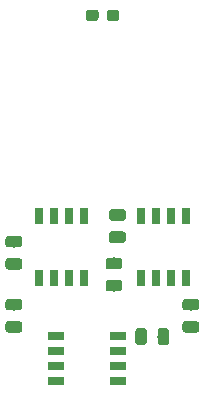
<source format=gbr>
G04 #@! TF.GenerationSoftware,KiCad,Pcbnew,(5.0.0)*
G04 #@! TF.CreationDate,2018-11-25T17:17:40-05:00*
G04 #@! TF.ProjectId,addressable_7seg,6164647265737361626C655F37736567,0.1a*
G04 #@! TF.SameCoordinates,Original*
G04 #@! TF.FileFunction,Paste,Top*
G04 #@! TF.FilePolarity,Positive*
%FSLAX46Y46*%
G04 Gerber Fmt 4.6, Leading zero omitted, Abs format (unit mm)*
G04 Created by KiCad (PCBNEW (5.0.0)) date 11/25/18 17:17:40*
%MOMM*%
%LPD*%
G01*
G04 APERTURE LIST*
%ADD10C,0.100000*%
%ADD11C,0.975000*%
%ADD12R,0.800000X1.450000*%
%ADD13R,1.450000X0.800000*%
%ADD14C,0.950000*%
G04 APERTURE END LIST*
D10*
G04 #@! TO.C,R1*
G36*
X163322142Y-130509174D02*
X163345803Y-130512684D01*
X163369007Y-130518496D01*
X163391529Y-130526554D01*
X163413153Y-130536782D01*
X163433670Y-130549079D01*
X163452883Y-130563329D01*
X163470607Y-130579393D01*
X163486671Y-130597117D01*
X163500921Y-130616330D01*
X163513218Y-130636847D01*
X163523446Y-130658471D01*
X163531504Y-130680993D01*
X163537316Y-130704197D01*
X163540826Y-130727858D01*
X163542000Y-130751750D01*
X163542000Y-131239250D01*
X163540826Y-131263142D01*
X163537316Y-131286803D01*
X163531504Y-131310007D01*
X163523446Y-131332529D01*
X163513218Y-131354153D01*
X163500921Y-131374670D01*
X163486671Y-131393883D01*
X163470607Y-131411607D01*
X163452883Y-131427671D01*
X163433670Y-131441921D01*
X163413153Y-131454218D01*
X163391529Y-131464446D01*
X163369007Y-131472504D01*
X163345803Y-131478316D01*
X163322142Y-131481826D01*
X163298250Y-131483000D01*
X162385750Y-131483000D01*
X162361858Y-131481826D01*
X162338197Y-131478316D01*
X162314993Y-131472504D01*
X162292471Y-131464446D01*
X162270847Y-131454218D01*
X162250330Y-131441921D01*
X162231117Y-131427671D01*
X162213393Y-131411607D01*
X162197329Y-131393883D01*
X162183079Y-131374670D01*
X162170782Y-131354153D01*
X162160554Y-131332529D01*
X162152496Y-131310007D01*
X162146684Y-131286803D01*
X162143174Y-131263142D01*
X162142000Y-131239250D01*
X162142000Y-130751750D01*
X162143174Y-130727858D01*
X162146684Y-130704197D01*
X162152496Y-130680993D01*
X162160554Y-130658471D01*
X162170782Y-130636847D01*
X162183079Y-130616330D01*
X162197329Y-130597117D01*
X162213393Y-130579393D01*
X162231117Y-130563329D01*
X162250330Y-130549079D01*
X162270847Y-130536782D01*
X162292471Y-130526554D01*
X162314993Y-130518496D01*
X162338197Y-130512684D01*
X162361858Y-130509174D01*
X162385750Y-130508000D01*
X163298250Y-130508000D01*
X163322142Y-130509174D01*
X163322142Y-130509174D01*
G37*
D11*
X162842000Y-130995500D03*
D10*
G36*
X163322142Y-128634174D02*
X163345803Y-128637684D01*
X163369007Y-128643496D01*
X163391529Y-128651554D01*
X163413153Y-128661782D01*
X163433670Y-128674079D01*
X163452883Y-128688329D01*
X163470607Y-128704393D01*
X163486671Y-128722117D01*
X163500921Y-128741330D01*
X163513218Y-128761847D01*
X163523446Y-128783471D01*
X163531504Y-128805993D01*
X163537316Y-128829197D01*
X163540826Y-128852858D01*
X163542000Y-128876750D01*
X163542000Y-129364250D01*
X163540826Y-129388142D01*
X163537316Y-129411803D01*
X163531504Y-129435007D01*
X163523446Y-129457529D01*
X163513218Y-129479153D01*
X163500921Y-129499670D01*
X163486671Y-129518883D01*
X163470607Y-129536607D01*
X163452883Y-129552671D01*
X163433670Y-129566921D01*
X163413153Y-129579218D01*
X163391529Y-129589446D01*
X163369007Y-129597504D01*
X163345803Y-129603316D01*
X163322142Y-129606826D01*
X163298250Y-129608000D01*
X162385750Y-129608000D01*
X162361858Y-129606826D01*
X162338197Y-129603316D01*
X162314993Y-129597504D01*
X162292471Y-129589446D01*
X162270847Y-129579218D01*
X162250330Y-129566921D01*
X162231117Y-129552671D01*
X162213393Y-129536607D01*
X162197329Y-129518883D01*
X162183079Y-129499670D01*
X162170782Y-129479153D01*
X162160554Y-129457529D01*
X162152496Y-129435007D01*
X162146684Y-129411803D01*
X162143174Y-129388142D01*
X162142000Y-129364250D01*
X162142000Y-128876750D01*
X162143174Y-128852858D01*
X162146684Y-128829197D01*
X162152496Y-128805993D01*
X162160554Y-128783471D01*
X162170782Y-128761847D01*
X162183079Y-128741330D01*
X162197329Y-128722117D01*
X162213393Y-128704393D01*
X162231117Y-128688329D01*
X162250330Y-128674079D01*
X162270847Y-128661782D01*
X162292471Y-128651554D01*
X162314993Y-128643496D01*
X162338197Y-128637684D01*
X162361858Y-128634174D01*
X162385750Y-128633000D01*
X163298250Y-128633000D01*
X163322142Y-128634174D01*
X163322142Y-128634174D01*
G37*
D11*
X162842000Y-129120500D03*
G04 #@! TD*
D10*
G04 #@! TO.C,R2*
G36*
X163322142Y-135843174D02*
X163345803Y-135846684D01*
X163369007Y-135852496D01*
X163391529Y-135860554D01*
X163413153Y-135870782D01*
X163433670Y-135883079D01*
X163452883Y-135897329D01*
X163470607Y-135913393D01*
X163486671Y-135931117D01*
X163500921Y-135950330D01*
X163513218Y-135970847D01*
X163523446Y-135992471D01*
X163531504Y-136014993D01*
X163537316Y-136038197D01*
X163540826Y-136061858D01*
X163542000Y-136085750D01*
X163542000Y-136573250D01*
X163540826Y-136597142D01*
X163537316Y-136620803D01*
X163531504Y-136644007D01*
X163523446Y-136666529D01*
X163513218Y-136688153D01*
X163500921Y-136708670D01*
X163486671Y-136727883D01*
X163470607Y-136745607D01*
X163452883Y-136761671D01*
X163433670Y-136775921D01*
X163413153Y-136788218D01*
X163391529Y-136798446D01*
X163369007Y-136806504D01*
X163345803Y-136812316D01*
X163322142Y-136815826D01*
X163298250Y-136817000D01*
X162385750Y-136817000D01*
X162361858Y-136815826D01*
X162338197Y-136812316D01*
X162314993Y-136806504D01*
X162292471Y-136798446D01*
X162270847Y-136788218D01*
X162250330Y-136775921D01*
X162231117Y-136761671D01*
X162213393Y-136745607D01*
X162197329Y-136727883D01*
X162183079Y-136708670D01*
X162170782Y-136688153D01*
X162160554Y-136666529D01*
X162152496Y-136644007D01*
X162146684Y-136620803D01*
X162143174Y-136597142D01*
X162142000Y-136573250D01*
X162142000Y-136085750D01*
X162143174Y-136061858D01*
X162146684Y-136038197D01*
X162152496Y-136014993D01*
X162160554Y-135992471D01*
X162170782Y-135970847D01*
X162183079Y-135950330D01*
X162197329Y-135931117D01*
X162213393Y-135913393D01*
X162231117Y-135897329D01*
X162250330Y-135883079D01*
X162270847Y-135870782D01*
X162292471Y-135860554D01*
X162314993Y-135852496D01*
X162338197Y-135846684D01*
X162361858Y-135843174D01*
X162385750Y-135842000D01*
X163298250Y-135842000D01*
X163322142Y-135843174D01*
X163322142Y-135843174D01*
G37*
D11*
X162842000Y-136329500D03*
D10*
G36*
X163322142Y-133968174D02*
X163345803Y-133971684D01*
X163369007Y-133977496D01*
X163391529Y-133985554D01*
X163413153Y-133995782D01*
X163433670Y-134008079D01*
X163452883Y-134022329D01*
X163470607Y-134038393D01*
X163486671Y-134056117D01*
X163500921Y-134075330D01*
X163513218Y-134095847D01*
X163523446Y-134117471D01*
X163531504Y-134139993D01*
X163537316Y-134163197D01*
X163540826Y-134186858D01*
X163542000Y-134210750D01*
X163542000Y-134698250D01*
X163540826Y-134722142D01*
X163537316Y-134745803D01*
X163531504Y-134769007D01*
X163523446Y-134791529D01*
X163513218Y-134813153D01*
X163500921Y-134833670D01*
X163486671Y-134852883D01*
X163470607Y-134870607D01*
X163452883Y-134886671D01*
X163433670Y-134900921D01*
X163413153Y-134913218D01*
X163391529Y-134923446D01*
X163369007Y-134931504D01*
X163345803Y-134937316D01*
X163322142Y-134940826D01*
X163298250Y-134942000D01*
X162385750Y-134942000D01*
X162361858Y-134940826D01*
X162338197Y-134937316D01*
X162314993Y-134931504D01*
X162292471Y-134923446D01*
X162270847Y-134913218D01*
X162250330Y-134900921D01*
X162231117Y-134886671D01*
X162213393Y-134870607D01*
X162197329Y-134852883D01*
X162183079Y-134833670D01*
X162170782Y-134813153D01*
X162160554Y-134791529D01*
X162152496Y-134769007D01*
X162146684Y-134745803D01*
X162143174Y-134722142D01*
X162142000Y-134698250D01*
X162142000Y-134210750D01*
X162143174Y-134186858D01*
X162146684Y-134163197D01*
X162152496Y-134139993D01*
X162160554Y-134117471D01*
X162170782Y-134095847D01*
X162183079Y-134075330D01*
X162197329Y-134056117D01*
X162213393Y-134038393D01*
X162231117Y-134022329D01*
X162250330Y-134008079D01*
X162270847Y-133995782D01*
X162292471Y-133985554D01*
X162314993Y-133977496D01*
X162338197Y-133971684D01*
X162361858Y-133968174D01*
X162385750Y-133967000D01*
X163298250Y-133967000D01*
X163322142Y-133968174D01*
X163322142Y-133968174D01*
G37*
D11*
X162842000Y-134454500D03*
G04 #@! TD*
D10*
G04 #@! TO.C,R3*
G36*
X178308142Y-135843174D02*
X178331803Y-135846684D01*
X178355007Y-135852496D01*
X178377529Y-135860554D01*
X178399153Y-135870782D01*
X178419670Y-135883079D01*
X178438883Y-135897329D01*
X178456607Y-135913393D01*
X178472671Y-135931117D01*
X178486921Y-135950330D01*
X178499218Y-135970847D01*
X178509446Y-135992471D01*
X178517504Y-136014993D01*
X178523316Y-136038197D01*
X178526826Y-136061858D01*
X178528000Y-136085750D01*
X178528000Y-136573250D01*
X178526826Y-136597142D01*
X178523316Y-136620803D01*
X178517504Y-136644007D01*
X178509446Y-136666529D01*
X178499218Y-136688153D01*
X178486921Y-136708670D01*
X178472671Y-136727883D01*
X178456607Y-136745607D01*
X178438883Y-136761671D01*
X178419670Y-136775921D01*
X178399153Y-136788218D01*
X178377529Y-136798446D01*
X178355007Y-136806504D01*
X178331803Y-136812316D01*
X178308142Y-136815826D01*
X178284250Y-136817000D01*
X177371750Y-136817000D01*
X177347858Y-136815826D01*
X177324197Y-136812316D01*
X177300993Y-136806504D01*
X177278471Y-136798446D01*
X177256847Y-136788218D01*
X177236330Y-136775921D01*
X177217117Y-136761671D01*
X177199393Y-136745607D01*
X177183329Y-136727883D01*
X177169079Y-136708670D01*
X177156782Y-136688153D01*
X177146554Y-136666529D01*
X177138496Y-136644007D01*
X177132684Y-136620803D01*
X177129174Y-136597142D01*
X177128000Y-136573250D01*
X177128000Y-136085750D01*
X177129174Y-136061858D01*
X177132684Y-136038197D01*
X177138496Y-136014993D01*
X177146554Y-135992471D01*
X177156782Y-135970847D01*
X177169079Y-135950330D01*
X177183329Y-135931117D01*
X177199393Y-135913393D01*
X177217117Y-135897329D01*
X177236330Y-135883079D01*
X177256847Y-135870782D01*
X177278471Y-135860554D01*
X177300993Y-135852496D01*
X177324197Y-135846684D01*
X177347858Y-135843174D01*
X177371750Y-135842000D01*
X178284250Y-135842000D01*
X178308142Y-135843174D01*
X178308142Y-135843174D01*
G37*
D11*
X177828000Y-136329500D03*
D10*
G36*
X178308142Y-133968174D02*
X178331803Y-133971684D01*
X178355007Y-133977496D01*
X178377529Y-133985554D01*
X178399153Y-133995782D01*
X178419670Y-134008079D01*
X178438883Y-134022329D01*
X178456607Y-134038393D01*
X178472671Y-134056117D01*
X178486921Y-134075330D01*
X178499218Y-134095847D01*
X178509446Y-134117471D01*
X178517504Y-134139993D01*
X178523316Y-134163197D01*
X178526826Y-134186858D01*
X178528000Y-134210750D01*
X178528000Y-134698250D01*
X178526826Y-134722142D01*
X178523316Y-134745803D01*
X178517504Y-134769007D01*
X178509446Y-134791529D01*
X178499218Y-134813153D01*
X178486921Y-134833670D01*
X178472671Y-134852883D01*
X178456607Y-134870607D01*
X178438883Y-134886671D01*
X178419670Y-134900921D01*
X178399153Y-134913218D01*
X178377529Y-134923446D01*
X178355007Y-134931504D01*
X178331803Y-134937316D01*
X178308142Y-134940826D01*
X178284250Y-134942000D01*
X177371750Y-134942000D01*
X177347858Y-134940826D01*
X177324197Y-134937316D01*
X177300993Y-134931504D01*
X177278471Y-134923446D01*
X177256847Y-134913218D01*
X177236330Y-134900921D01*
X177217117Y-134886671D01*
X177199393Y-134870607D01*
X177183329Y-134852883D01*
X177169079Y-134833670D01*
X177156782Y-134813153D01*
X177146554Y-134791529D01*
X177138496Y-134769007D01*
X177132684Y-134745803D01*
X177129174Y-134722142D01*
X177128000Y-134698250D01*
X177128000Y-134210750D01*
X177129174Y-134186858D01*
X177132684Y-134163197D01*
X177138496Y-134139993D01*
X177146554Y-134117471D01*
X177156782Y-134095847D01*
X177169079Y-134075330D01*
X177183329Y-134056117D01*
X177199393Y-134038393D01*
X177217117Y-134022329D01*
X177236330Y-134008079D01*
X177256847Y-133995782D01*
X177278471Y-133985554D01*
X177300993Y-133977496D01*
X177324197Y-133971684D01*
X177347858Y-133968174D01*
X177371750Y-133967000D01*
X178284250Y-133967000D01*
X178308142Y-133968174D01*
X178308142Y-133968174D01*
G37*
D11*
X177828000Y-134454500D03*
G04 #@! TD*
D12*
G04 #@! TO.C,U1*
X168811000Y-126925000D03*
X167541000Y-126925000D03*
X166271000Y-126925000D03*
X165001000Y-126925000D03*
X168811000Y-132175000D03*
X167541000Y-132175000D03*
X166271000Y-132175000D03*
X165001000Y-132175000D03*
G04 #@! TD*
D13*
G04 #@! TO.C,U2*
X171645000Y-140905000D03*
X171645000Y-139635000D03*
X171645000Y-138365000D03*
X171645000Y-137095000D03*
X166395000Y-140905000D03*
X166395000Y-139635000D03*
X166395000Y-138365000D03*
X166395000Y-137095000D03*
G04 #@! TD*
D12*
G04 #@! TO.C,U3*
X177447000Y-126925000D03*
X176177000Y-126925000D03*
X174907000Y-126925000D03*
X173637000Y-126925000D03*
X177447000Y-132175000D03*
X176177000Y-132175000D03*
X174907000Y-132175000D03*
X173637000Y-132175000D03*
G04 #@! TD*
D10*
G04 #@! TO.C,D1*
G36*
X171555779Y-109476144D02*
X171578834Y-109479563D01*
X171601443Y-109485227D01*
X171623387Y-109493079D01*
X171644457Y-109503044D01*
X171664448Y-109515026D01*
X171683168Y-109528910D01*
X171700438Y-109544562D01*
X171716090Y-109561832D01*
X171729974Y-109580552D01*
X171741956Y-109600543D01*
X171751921Y-109621613D01*
X171759773Y-109643557D01*
X171765437Y-109666166D01*
X171768856Y-109689221D01*
X171770000Y-109712500D01*
X171770000Y-110187500D01*
X171768856Y-110210779D01*
X171765437Y-110233834D01*
X171759773Y-110256443D01*
X171751921Y-110278387D01*
X171741956Y-110299457D01*
X171729974Y-110319448D01*
X171716090Y-110338168D01*
X171700438Y-110355438D01*
X171683168Y-110371090D01*
X171664448Y-110384974D01*
X171644457Y-110396956D01*
X171623387Y-110406921D01*
X171601443Y-110414773D01*
X171578834Y-110420437D01*
X171555779Y-110423856D01*
X171532500Y-110425000D01*
X170957500Y-110425000D01*
X170934221Y-110423856D01*
X170911166Y-110420437D01*
X170888557Y-110414773D01*
X170866613Y-110406921D01*
X170845543Y-110396956D01*
X170825552Y-110384974D01*
X170806832Y-110371090D01*
X170789562Y-110355438D01*
X170773910Y-110338168D01*
X170760026Y-110319448D01*
X170748044Y-110299457D01*
X170738079Y-110278387D01*
X170730227Y-110256443D01*
X170724563Y-110233834D01*
X170721144Y-110210779D01*
X170720000Y-110187500D01*
X170720000Y-109712500D01*
X170721144Y-109689221D01*
X170724563Y-109666166D01*
X170730227Y-109643557D01*
X170738079Y-109621613D01*
X170748044Y-109600543D01*
X170760026Y-109580552D01*
X170773910Y-109561832D01*
X170789562Y-109544562D01*
X170806832Y-109528910D01*
X170825552Y-109515026D01*
X170845543Y-109503044D01*
X170866613Y-109493079D01*
X170888557Y-109485227D01*
X170911166Y-109479563D01*
X170934221Y-109476144D01*
X170957500Y-109475000D01*
X171532500Y-109475000D01*
X171555779Y-109476144D01*
X171555779Y-109476144D01*
G37*
D14*
X171245000Y-109950000D03*
D10*
G36*
X169805779Y-109476144D02*
X169828834Y-109479563D01*
X169851443Y-109485227D01*
X169873387Y-109493079D01*
X169894457Y-109503044D01*
X169914448Y-109515026D01*
X169933168Y-109528910D01*
X169950438Y-109544562D01*
X169966090Y-109561832D01*
X169979974Y-109580552D01*
X169991956Y-109600543D01*
X170001921Y-109621613D01*
X170009773Y-109643557D01*
X170015437Y-109666166D01*
X170018856Y-109689221D01*
X170020000Y-109712500D01*
X170020000Y-110187500D01*
X170018856Y-110210779D01*
X170015437Y-110233834D01*
X170009773Y-110256443D01*
X170001921Y-110278387D01*
X169991956Y-110299457D01*
X169979974Y-110319448D01*
X169966090Y-110338168D01*
X169950438Y-110355438D01*
X169933168Y-110371090D01*
X169914448Y-110384974D01*
X169894457Y-110396956D01*
X169873387Y-110406921D01*
X169851443Y-110414773D01*
X169828834Y-110420437D01*
X169805779Y-110423856D01*
X169782500Y-110425000D01*
X169207500Y-110425000D01*
X169184221Y-110423856D01*
X169161166Y-110420437D01*
X169138557Y-110414773D01*
X169116613Y-110406921D01*
X169095543Y-110396956D01*
X169075552Y-110384974D01*
X169056832Y-110371090D01*
X169039562Y-110355438D01*
X169023910Y-110338168D01*
X169010026Y-110319448D01*
X168998044Y-110299457D01*
X168988079Y-110278387D01*
X168980227Y-110256443D01*
X168974563Y-110233834D01*
X168971144Y-110210779D01*
X168970000Y-110187500D01*
X168970000Y-109712500D01*
X168971144Y-109689221D01*
X168974563Y-109666166D01*
X168980227Y-109643557D01*
X168988079Y-109621613D01*
X168998044Y-109600543D01*
X169010026Y-109580552D01*
X169023910Y-109561832D01*
X169039562Y-109544562D01*
X169056832Y-109528910D01*
X169075552Y-109515026D01*
X169095543Y-109503044D01*
X169116613Y-109493079D01*
X169138557Y-109485227D01*
X169161166Y-109479563D01*
X169184221Y-109476144D01*
X169207500Y-109475000D01*
X169782500Y-109475000D01*
X169805779Y-109476144D01*
X169805779Y-109476144D01*
G37*
D14*
X169495000Y-109950000D03*
G04 #@! TD*
D10*
G04 #@! TO.C,C1*
G36*
X171800142Y-132351174D02*
X171823803Y-132354684D01*
X171847007Y-132360496D01*
X171869529Y-132368554D01*
X171891153Y-132378782D01*
X171911670Y-132391079D01*
X171930883Y-132405329D01*
X171948607Y-132421393D01*
X171964671Y-132439117D01*
X171978921Y-132458330D01*
X171991218Y-132478847D01*
X172001446Y-132500471D01*
X172009504Y-132522993D01*
X172015316Y-132546197D01*
X172018826Y-132569858D01*
X172020000Y-132593750D01*
X172020000Y-133081250D01*
X172018826Y-133105142D01*
X172015316Y-133128803D01*
X172009504Y-133152007D01*
X172001446Y-133174529D01*
X171991218Y-133196153D01*
X171978921Y-133216670D01*
X171964671Y-133235883D01*
X171948607Y-133253607D01*
X171930883Y-133269671D01*
X171911670Y-133283921D01*
X171891153Y-133296218D01*
X171869529Y-133306446D01*
X171847007Y-133314504D01*
X171823803Y-133320316D01*
X171800142Y-133323826D01*
X171776250Y-133325000D01*
X170863750Y-133325000D01*
X170839858Y-133323826D01*
X170816197Y-133320316D01*
X170792993Y-133314504D01*
X170770471Y-133306446D01*
X170748847Y-133296218D01*
X170728330Y-133283921D01*
X170709117Y-133269671D01*
X170691393Y-133253607D01*
X170675329Y-133235883D01*
X170661079Y-133216670D01*
X170648782Y-133196153D01*
X170638554Y-133174529D01*
X170630496Y-133152007D01*
X170624684Y-133128803D01*
X170621174Y-133105142D01*
X170620000Y-133081250D01*
X170620000Y-132593750D01*
X170621174Y-132569858D01*
X170624684Y-132546197D01*
X170630496Y-132522993D01*
X170638554Y-132500471D01*
X170648782Y-132478847D01*
X170661079Y-132458330D01*
X170675329Y-132439117D01*
X170691393Y-132421393D01*
X170709117Y-132405329D01*
X170728330Y-132391079D01*
X170748847Y-132378782D01*
X170770471Y-132368554D01*
X170792993Y-132360496D01*
X170816197Y-132354684D01*
X170839858Y-132351174D01*
X170863750Y-132350000D01*
X171776250Y-132350000D01*
X171800142Y-132351174D01*
X171800142Y-132351174D01*
G37*
D11*
X171320000Y-132837500D03*
D10*
G36*
X171800142Y-130476174D02*
X171823803Y-130479684D01*
X171847007Y-130485496D01*
X171869529Y-130493554D01*
X171891153Y-130503782D01*
X171911670Y-130516079D01*
X171930883Y-130530329D01*
X171948607Y-130546393D01*
X171964671Y-130564117D01*
X171978921Y-130583330D01*
X171991218Y-130603847D01*
X172001446Y-130625471D01*
X172009504Y-130647993D01*
X172015316Y-130671197D01*
X172018826Y-130694858D01*
X172020000Y-130718750D01*
X172020000Y-131206250D01*
X172018826Y-131230142D01*
X172015316Y-131253803D01*
X172009504Y-131277007D01*
X172001446Y-131299529D01*
X171991218Y-131321153D01*
X171978921Y-131341670D01*
X171964671Y-131360883D01*
X171948607Y-131378607D01*
X171930883Y-131394671D01*
X171911670Y-131408921D01*
X171891153Y-131421218D01*
X171869529Y-131431446D01*
X171847007Y-131439504D01*
X171823803Y-131445316D01*
X171800142Y-131448826D01*
X171776250Y-131450000D01*
X170863750Y-131450000D01*
X170839858Y-131448826D01*
X170816197Y-131445316D01*
X170792993Y-131439504D01*
X170770471Y-131431446D01*
X170748847Y-131421218D01*
X170728330Y-131408921D01*
X170709117Y-131394671D01*
X170691393Y-131378607D01*
X170675329Y-131360883D01*
X170661079Y-131341670D01*
X170648782Y-131321153D01*
X170638554Y-131299529D01*
X170630496Y-131277007D01*
X170624684Y-131253803D01*
X170621174Y-131230142D01*
X170620000Y-131206250D01*
X170620000Y-130718750D01*
X170621174Y-130694858D01*
X170624684Y-130671197D01*
X170630496Y-130647993D01*
X170638554Y-130625471D01*
X170648782Y-130603847D01*
X170661079Y-130583330D01*
X170675329Y-130564117D01*
X170691393Y-130546393D01*
X170709117Y-130530329D01*
X170728330Y-130516079D01*
X170748847Y-130503782D01*
X170770471Y-130493554D01*
X170792993Y-130485496D01*
X170816197Y-130479684D01*
X170839858Y-130476174D01*
X170863750Y-130475000D01*
X171776250Y-130475000D01*
X171800142Y-130476174D01*
X171800142Y-130476174D01*
G37*
D11*
X171320000Y-130962500D03*
G04 #@! TD*
D10*
G04 #@! TO.C,C2*
G36*
X172100142Y-128251174D02*
X172123803Y-128254684D01*
X172147007Y-128260496D01*
X172169529Y-128268554D01*
X172191153Y-128278782D01*
X172211670Y-128291079D01*
X172230883Y-128305329D01*
X172248607Y-128321393D01*
X172264671Y-128339117D01*
X172278921Y-128358330D01*
X172291218Y-128378847D01*
X172301446Y-128400471D01*
X172309504Y-128422993D01*
X172315316Y-128446197D01*
X172318826Y-128469858D01*
X172320000Y-128493750D01*
X172320000Y-128981250D01*
X172318826Y-129005142D01*
X172315316Y-129028803D01*
X172309504Y-129052007D01*
X172301446Y-129074529D01*
X172291218Y-129096153D01*
X172278921Y-129116670D01*
X172264671Y-129135883D01*
X172248607Y-129153607D01*
X172230883Y-129169671D01*
X172211670Y-129183921D01*
X172191153Y-129196218D01*
X172169529Y-129206446D01*
X172147007Y-129214504D01*
X172123803Y-129220316D01*
X172100142Y-129223826D01*
X172076250Y-129225000D01*
X171163750Y-129225000D01*
X171139858Y-129223826D01*
X171116197Y-129220316D01*
X171092993Y-129214504D01*
X171070471Y-129206446D01*
X171048847Y-129196218D01*
X171028330Y-129183921D01*
X171009117Y-129169671D01*
X170991393Y-129153607D01*
X170975329Y-129135883D01*
X170961079Y-129116670D01*
X170948782Y-129096153D01*
X170938554Y-129074529D01*
X170930496Y-129052007D01*
X170924684Y-129028803D01*
X170921174Y-129005142D01*
X170920000Y-128981250D01*
X170920000Y-128493750D01*
X170921174Y-128469858D01*
X170924684Y-128446197D01*
X170930496Y-128422993D01*
X170938554Y-128400471D01*
X170948782Y-128378847D01*
X170961079Y-128358330D01*
X170975329Y-128339117D01*
X170991393Y-128321393D01*
X171009117Y-128305329D01*
X171028330Y-128291079D01*
X171048847Y-128278782D01*
X171070471Y-128268554D01*
X171092993Y-128260496D01*
X171116197Y-128254684D01*
X171139858Y-128251174D01*
X171163750Y-128250000D01*
X172076250Y-128250000D01*
X172100142Y-128251174D01*
X172100142Y-128251174D01*
G37*
D11*
X171620000Y-128737500D03*
D10*
G36*
X172100142Y-126376174D02*
X172123803Y-126379684D01*
X172147007Y-126385496D01*
X172169529Y-126393554D01*
X172191153Y-126403782D01*
X172211670Y-126416079D01*
X172230883Y-126430329D01*
X172248607Y-126446393D01*
X172264671Y-126464117D01*
X172278921Y-126483330D01*
X172291218Y-126503847D01*
X172301446Y-126525471D01*
X172309504Y-126547993D01*
X172315316Y-126571197D01*
X172318826Y-126594858D01*
X172320000Y-126618750D01*
X172320000Y-127106250D01*
X172318826Y-127130142D01*
X172315316Y-127153803D01*
X172309504Y-127177007D01*
X172301446Y-127199529D01*
X172291218Y-127221153D01*
X172278921Y-127241670D01*
X172264671Y-127260883D01*
X172248607Y-127278607D01*
X172230883Y-127294671D01*
X172211670Y-127308921D01*
X172191153Y-127321218D01*
X172169529Y-127331446D01*
X172147007Y-127339504D01*
X172123803Y-127345316D01*
X172100142Y-127348826D01*
X172076250Y-127350000D01*
X171163750Y-127350000D01*
X171139858Y-127348826D01*
X171116197Y-127345316D01*
X171092993Y-127339504D01*
X171070471Y-127331446D01*
X171048847Y-127321218D01*
X171028330Y-127308921D01*
X171009117Y-127294671D01*
X170991393Y-127278607D01*
X170975329Y-127260883D01*
X170961079Y-127241670D01*
X170948782Y-127221153D01*
X170938554Y-127199529D01*
X170930496Y-127177007D01*
X170924684Y-127153803D01*
X170921174Y-127130142D01*
X170920000Y-127106250D01*
X170920000Y-126618750D01*
X170921174Y-126594858D01*
X170924684Y-126571197D01*
X170930496Y-126547993D01*
X170938554Y-126525471D01*
X170948782Y-126503847D01*
X170961079Y-126483330D01*
X170975329Y-126464117D01*
X170991393Y-126446393D01*
X171009117Y-126430329D01*
X171028330Y-126416079D01*
X171048847Y-126403782D01*
X171070471Y-126393554D01*
X171092993Y-126385496D01*
X171116197Y-126379684D01*
X171139858Y-126376174D01*
X171163750Y-126375000D01*
X172076250Y-126375000D01*
X172100142Y-126376174D01*
X172100142Y-126376174D01*
G37*
D11*
X171620000Y-126862500D03*
G04 #@! TD*
D10*
G04 #@! TO.C,C3*
G36*
X173900142Y-136451174D02*
X173923803Y-136454684D01*
X173947007Y-136460496D01*
X173969529Y-136468554D01*
X173991153Y-136478782D01*
X174011670Y-136491079D01*
X174030883Y-136505329D01*
X174048607Y-136521393D01*
X174064671Y-136539117D01*
X174078921Y-136558330D01*
X174091218Y-136578847D01*
X174101446Y-136600471D01*
X174109504Y-136622993D01*
X174115316Y-136646197D01*
X174118826Y-136669858D01*
X174120000Y-136693750D01*
X174120000Y-137606250D01*
X174118826Y-137630142D01*
X174115316Y-137653803D01*
X174109504Y-137677007D01*
X174101446Y-137699529D01*
X174091218Y-137721153D01*
X174078921Y-137741670D01*
X174064671Y-137760883D01*
X174048607Y-137778607D01*
X174030883Y-137794671D01*
X174011670Y-137808921D01*
X173991153Y-137821218D01*
X173969529Y-137831446D01*
X173947007Y-137839504D01*
X173923803Y-137845316D01*
X173900142Y-137848826D01*
X173876250Y-137850000D01*
X173388750Y-137850000D01*
X173364858Y-137848826D01*
X173341197Y-137845316D01*
X173317993Y-137839504D01*
X173295471Y-137831446D01*
X173273847Y-137821218D01*
X173253330Y-137808921D01*
X173234117Y-137794671D01*
X173216393Y-137778607D01*
X173200329Y-137760883D01*
X173186079Y-137741670D01*
X173173782Y-137721153D01*
X173163554Y-137699529D01*
X173155496Y-137677007D01*
X173149684Y-137653803D01*
X173146174Y-137630142D01*
X173145000Y-137606250D01*
X173145000Y-136693750D01*
X173146174Y-136669858D01*
X173149684Y-136646197D01*
X173155496Y-136622993D01*
X173163554Y-136600471D01*
X173173782Y-136578847D01*
X173186079Y-136558330D01*
X173200329Y-136539117D01*
X173216393Y-136521393D01*
X173234117Y-136505329D01*
X173253330Y-136491079D01*
X173273847Y-136478782D01*
X173295471Y-136468554D01*
X173317993Y-136460496D01*
X173341197Y-136454684D01*
X173364858Y-136451174D01*
X173388750Y-136450000D01*
X173876250Y-136450000D01*
X173900142Y-136451174D01*
X173900142Y-136451174D01*
G37*
D11*
X173632500Y-137150000D03*
D10*
G36*
X175775142Y-136451174D02*
X175798803Y-136454684D01*
X175822007Y-136460496D01*
X175844529Y-136468554D01*
X175866153Y-136478782D01*
X175886670Y-136491079D01*
X175905883Y-136505329D01*
X175923607Y-136521393D01*
X175939671Y-136539117D01*
X175953921Y-136558330D01*
X175966218Y-136578847D01*
X175976446Y-136600471D01*
X175984504Y-136622993D01*
X175990316Y-136646197D01*
X175993826Y-136669858D01*
X175995000Y-136693750D01*
X175995000Y-137606250D01*
X175993826Y-137630142D01*
X175990316Y-137653803D01*
X175984504Y-137677007D01*
X175976446Y-137699529D01*
X175966218Y-137721153D01*
X175953921Y-137741670D01*
X175939671Y-137760883D01*
X175923607Y-137778607D01*
X175905883Y-137794671D01*
X175886670Y-137808921D01*
X175866153Y-137821218D01*
X175844529Y-137831446D01*
X175822007Y-137839504D01*
X175798803Y-137845316D01*
X175775142Y-137848826D01*
X175751250Y-137850000D01*
X175263750Y-137850000D01*
X175239858Y-137848826D01*
X175216197Y-137845316D01*
X175192993Y-137839504D01*
X175170471Y-137831446D01*
X175148847Y-137821218D01*
X175128330Y-137808921D01*
X175109117Y-137794671D01*
X175091393Y-137778607D01*
X175075329Y-137760883D01*
X175061079Y-137741670D01*
X175048782Y-137721153D01*
X175038554Y-137699529D01*
X175030496Y-137677007D01*
X175024684Y-137653803D01*
X175021174Y-137630142D01*
X175020000Y-137606250D01*
X175020000Y-136693750D01*
X175021174Y-136669858D01*
X175024684Y-136646197D01*
X175030496Y-136622993D01*
X175038554Y-136600471D01*
X175048782Y-136578847D01*
X175061079Y-136558330D01*
X175075329Y-136539117D01*
X175091393Y-136521393D01*
X175109117Y-136505329D01*
X175128330Y-136491079D01*
X175148847Y-136478782D01*
X175170471Y-136468554D01*
X175192993Y-136460496D01*
X175216197Y-136454684D01*
X175239858Y-136451174D01*
X175263750Y-136450000D01*
X175751250Y-136450000D01*
X175775142Y-136451174D01*
X175775142Y-136451174D01*
G37*
D11*
X175507500Y-137150000D03*
G04 #@! TD*
M02*

</source>
